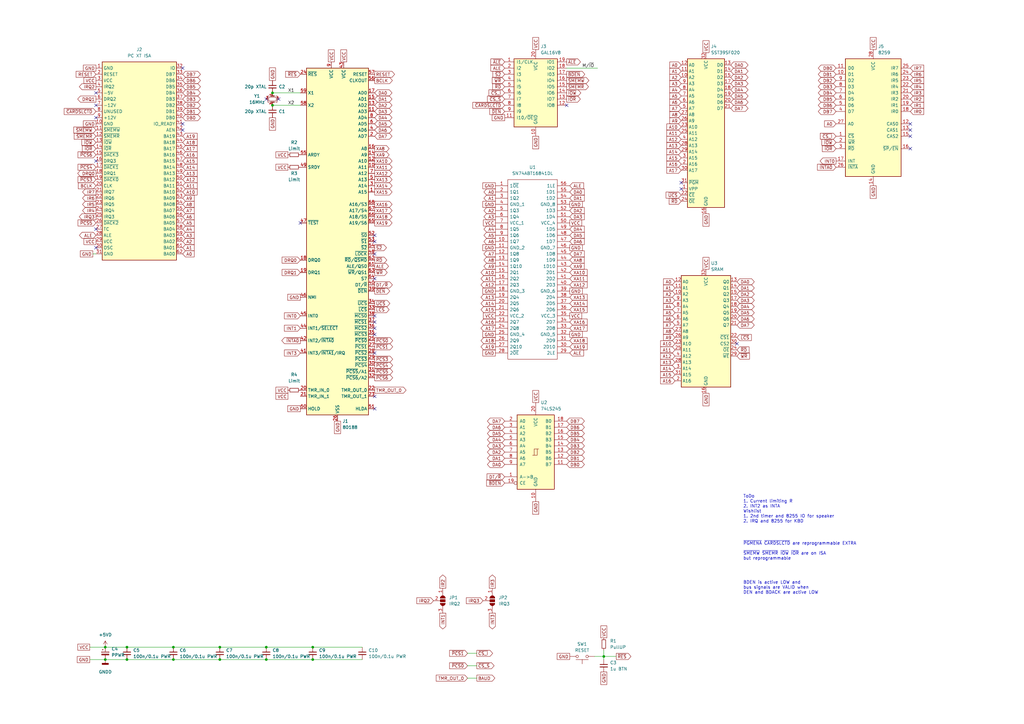
<source format=kicad_sch>
(kicad_sch (version 20211123) (generator eeschema)
  (paper "A3")
  (junction (at 71.12 265.43))
  (junction (at 90.17 265.43))
  (junction (at 52.07 265.43))
  (junction (at 52.07 270.51))
  (junction (at 111.76 43.18))
  (junction (at 128.27 270.51))
  (junction (at 111.76 38.1))
  (junction (at 90.17 270.51))
  (junction (at 109.22 265.43))
  (junction (at 109.22 270.51))
  (junction (at 128.27 265.43))
  (junction (at 43.18 270.51))
  (junction (at 247.65 269.24))
  (junction (at 71.12 270.51))
  (junction (at 43.18 265.43))
  (no_connect (at 153.67 144.78))
  (no_connect (at 74.93 53.34))
  (no_connect (at 153.67 167.64))
  (no_connect (at 123.19 91.44))
  (no_connect (at 153.67 104.14))
  (no_connect (at 279.4 74.93))
  (no_connect (at 153.67 114.3))
  (no_connect (at 302.26 140.97))
  (no_connect (at 279.4 77.47))
  (no_connect (at 39.37 48.26))
  (no_connect (at 39.37 43.18))
  (no_connect (at 39.37 38.1))
  (no_connect (at 39.37 66.04))
  (no_connect (at 39.37 93.98))
  (no_connect (at 74.93 50.8))
  (no_connect (at 39.37 101.6))
  (no_connect (at 74.93 27.94))
  (no_connect (at 153.67 129.54))
  (no_connect (at 153.67 132.08))
  (no_connect (at 153.67 134.62))
  (no_connect (at 153.67 137.16))
  (no_connect (at 153.67 99.06))
  (no_connect (at 153.67 162.56))
  (no_connect (at 373.38 50.8))
  (no_connect (at 373.38 55.88))
  (no_connect (at 373.38 53.34))
  (no_connect (at 373.38 60.96))
  (no_connect (at 109.22 40.64))
  (no_connect (at 114.3 40.64))
  (no_connect (at 232.41 43.18))
  (no_connect (at 153.67 96.52))
  (wire (pts (xy 128.27 265.43) (xy 148.59 265.43)))
  (wire (pts (xy 71.12 265.43) (xy 90.17 265.43)))
  (wire (pts (xy 111.76 43.18) (xy 123.19 43.18)))
  (wire (pts (xy 43.18 265.43) (xy 52.07 265.43)))
  (wire (pts (xy 232.41 27.94) (xy 245.11 27.94)))
  (wire (pts (xy 191.77 278.13) (xy 195.58 278.13)))
  (wire (pts (xy 52.07 270.51) (xy 71.12 270.51)))
  (wire (pts (xy 191.77 273.05) (xy 195.58 273.05)))
  (wire (pts (xy 52.07 265.43) (xy 71.12 265.43)))
  (wire (pts (xy 90.17 265.43) (xy 109.22 265.43)))
  (wire (pts (xy 38.1 104.14) (xy 39.37 104.14)))
  (wire (pts (xy 247.65 266.7) (xy 247.65 269.24)))
  (wire (pts (xy 90.17 270.51) (xy 109.22 270.51)))
  (wire (pts (xy 247.65 269.24) (xy 252.73 269.24)))
  (wire (pts (xy 243.84 269.24) (xy 247.65 269.24)))
  (wire (pts (xy 109.22 270.51) (xy 128.27 270.51)))
  (wire (pts (xy 191.77 267.97) (xy 195.58 267.97)))
  (wire (pts (xy 128.27 270.51) (xy 148.59 270.51)))
  (wire (pts (xy 43.18 270.51) (xy 52.07 270.51)))
  (wire (pts (xy 111.76 38.1) (xy 123.19 38.1)))
  (wire (pts (xy 36.83 265.43) (xy 43.18 265.43)))
  (wire (pts (xy 109.22 265.43) (xy 128.27 265.43)))
  (wire (pts (xy 36.83 270.51) (xy 43.18 270.51)))
  (wire (pts (xy 247.65 269.24) (xy 247.65 270.51)))
  (wire (pts (xy 71.12 270.51) (xy 90.17 270.51)))
  (text "~{PGMENA} ~{CARDSLCTD} are reprogrammable EXTRA\n\n~{SMEMW} ~{SMEMR} ~{IOW} ~{IOR} are on ISA\nbut reprogrammable" (at 304.8 229.87 0) (effects (font (size 1.27 1.27)) (justify left bottom)))
  (text "BDEN is active LOW and \nbus signals are VALID when \nDEN and BDACK are active LOW" (at 304.8 243.84 0) (effects (font (size 1.27 1.27)) (justify left bottom)))
  (text "ToDo\n1. Current limiting R\n2. INT2 as INTA\nWishlist\n1. 2nd timer and 8255 IO for speaker\n2. IRQ and 8255 for KBD" (at 304.8 214.63 0) (effects (font (size 1.27 1.27)) (justify left bottom)))
  (label "X1" (at 118.11 38.1 0))
  (label "X2" (at 118.11 43.18 0))
  (label "M{slash}~{IO}" (at 238.76 27.94 0))
  (global_label "~{PCS5}" (shape output) (at 153.67 152.4 0) (property "Intersheet References" "${INTERSHEET_REFS}" (effects hide)))
  (global_label "VCC" (shape passive) (at 203.2 129.54 180) (property "Intersheet References" "${INTERSHEET_REFS}" (effects hide)))
  (global_label "~{UCS}" (shape output) (at 153.67 124.46 0) (property "Intersheet References" "${INTERSHEET_REFS}" (effects hide)))
  (global_label "~{UCS}" (shape input) (at 279.4 80.01 180) (property "Intersheet References" "${INTERSHEET_REFS}" (effects hide)))
  (global_label "IRQ3" (shape output) (at 39.37 88.9 180) (property "Intersheet References" "${INTERSHEET_REFS}" (effects hide)))
  (global_label "A14" (shape input) (at 74.93 68.58 0) (property "Intersheet References" "${INTERSHEET_REFS}" (effects hide)))
  (global_label "~{DEN}" (shape output) (at 153.67 119.38 0) (property "Intersheet References" "${INTERSHEET_REFS}" (effects hide)))
  (global_label "DB7" (shape bidirectional) (at 74.93 30.48 0) (property "Intersheet References" "${INTERSHEET_REFS}" (effects hide)))
  (global_label "IR4" (shape output) (at 39.37 86.36 180) (property "Intersheet References" "${INTERSHEET_REFS}" (effects hide)))
  (global_label "DA7" (shape input) (at 233.68 104.14 0) (property "Intersheet References" "${INTERSHEET_REFS}" (effects hide)))
  (global_label "A2" (shape input) (at 276.86 120.65 180) (property "Intersheet References" "${INTERSHEET_REFS}" (effects hide)))
  (global_label "DB5" (shape bidirectional) (at 232.41 177.8 0) (property "Intersheet References" "${INTERSHEET_REFS}" (effects hide)))
  (global_label "~{PCS5}" (shape input) (at 39.37 91.44 180) (property "Intersheet References" "${INTERSHEET_REFS}" (effects hide)))
  (global_label "DRQ0" (shape output) (at 39.37 71.12 180) (property "Intersheet References" "${INTERSHEET_REFS}" (effects hide)))
  (global_label "ALE" (shape input) (at 207.01 27.94 180) (property "Intersheet References" "${INTERSHEET_REFS}" (effects hide)))
  (global_label "GND" (shape passive) (at 233.68 83.82 0) (property "Intersheet References" "${INTERSHEET_REFS}" (effects hide)))
  (global_label "DA0" (shape bidirectional) (at 153.67 38.1 0) (property "Intersheet References" "${INTERSHEET_REFS}" (effects hide)))
  (global_label "IR2" (shape input) (at 373.38 40.64 0) (property "Intersheet References" "${INTERSHEET_REFS}" (effects hide)))
  (global_label "GND" (shape passive) (at 233.68 137.16 0) (property "Intersheet References" "${INTERSHEET_REFS}" (effects hide)))
  (global_label "VCC" (shape passive) (at 118.11 63.5 180) (property "Intersheet References" "${INTERSHEET_REFS}" (effects hide)))
  (global_label "A0" (shape input) (at 342.9 50.8 180) (property "Intersheet References" "${INTERSHEET_REFS}" (effects hide)))
  (global_label "GND" (shape passive) (at 233.68 119.38 0) (property "Intersheet References" "${INTERSHEET_REFS}" (effects hide)))
  (global_label "~{PCS1}" (shape input) (at 191.77 267.97 180) (property "Intersheet References" "${INTERSHEET_REFS}" (effects hide)))
  (global_label "~{ALE}" (shape output) (at 232.41 25.4 0) (property "Intersheet References" "${INTERSHEET_REFS}" (effects hide)))
  (global_label "A2" (shape output) (at 203.2 86.36 180) (property "Intersheet References" "${INTERSHEET_REFS}" (effects hide)))
  (global_label "~{SMEMR}" (shape input) (at 39.37 55.88 180) (property "Intersheet References" "${INTERSHEET_REFS}" (effects hide)))
  (global_label "~{BDEN}" (shape input) (at 207.01 198.12 180) (property "Intersheet References" "${INTERSHEET_REFS}" (effects hide)))
  (global_label "A17" (shape output) (at 203.2 134.62 180) (property "Intersheet References" "${INTERSHEET_REFS}" (effects hide)))
  (global_label "XA16" (shape output) (at 153.67 83.82 0) (property "Intersheet References" "${INTERSHEET_REFS}" (effects hide)))
  (global_label "A11" (shape input) (at 74.93 76.2 0) (property "Intersheet References" "${INTERSHEET_REFS}" (effects hide)))
  (global_label "VCC" (shape passive) (at 247.65 261.62 90) (property "Intersheet References" "${INTERSHEET_REFS}" (effects hide)))
  (global_label "XA12" (shape input) (at 233.68 116.84 0) (property "Intersheet References" "${INTERSHEET_REFS}" (effects hide)))
  (global_label "~{SMEMR}" (shape output) (at 232.41 35.56 0) (property "Intersheet References" "${INTERSHEET_REFS}" (effects hide)))
  (global_label "ALE" (shape output) (at 153.67 109.22 0) (property "Intersheet References" "${INTERSHEET_REFS}" (effects hide)))
  (global_label "XA18" (shape output) (at 153.67 88.9 0) (property "Intersheet References" "${INTERSHEET_REFS}" (effects hide)))
  (global_label "XA12" (shape output) (at 153.67 71.12 0) (property "Intersheet References" "${INTERSHEET_REFS}" (effects hide)))
  (global_label "~{RD}" (shape input) (at 302.26 143.51 0) (property "Intersheet References" "${INTERSHEET_REFS}" (effects hide)))
  (global_label "DA3" (shape bidirectional) (at 302.26 123.19 0) (property "Intersheet References" "${INTERSHEET_REFS}" (effects hide)))
  (global_label "A0" (shape input) (at 276.86 115.57 180) (property "Intersheet References" "${INTERSHEET_REFS}" (effects hide)))
  (global_label "DA0" (shape input) (at 233.68 78.74 0) (property "Intersheet References" "${INTERSHEET_REFS}" (effects hide)))
  (global_label "VCC" (shape passive) (at 203.2 91.44 180) (property "Intersheet References" "${INTERSHEET_REFS}" (effects hide)))
  (global_label "GND" (shape passive) (at 358.14 76.2 270) (property "Intersheet References" "${INTERSHEET_REFS}" (effects hide)))
  (global_label "A19" (shape input) (at 74.93 55.88 0) (property "Intersheet References" "${INTERSHEET_REFS}" (effects hide)))
  (global_label "A1" (shape input) (at 74.93 101.6 0) (property "Intersheet References" "${INTERSHEET_REFS}" (effects hide)))
  (global_label "GND" (shape passive) (at 123.19 121.92 180) (property "Intersheet References" "${INTERSHEET_REFS}" (effects hide)))
  (global_label "XA17" (shape input) (at 233.68 134.62 0) (property "Intersheet References" "${INTERSHEET_REFS}" (effects hide)))
  (global_label "DA2" (shape bidirectional) (at 207.01 185.42 180) (property "Intersheet References" "${INTERSHEET_REFS}" (effects hide)))
  (global_label "A10" (shape input) (at 276.86 140.97 180) (property "Intersheet References" "${INTERSHEET_REFS}" (effects hide)))
  (global_label "XA15" (shape output) (at 153.67 78.74 0) (property "Intersheet References" "${INTERSHEET_REFS}" (effects hide)))
  (global_label "DA4" (shape bidirectional) (at 153.67 48.26 0) (property "Intersheet References" "${INTERSHEET_REFS}" (effects hide)))
  (global_label "XA10" (shape input) (at 233.68 111.76 0) (property "Intersheet References" "${INTERSHEET_REFS}" (effects hide)))
  (global_label "~{LCS}" (shape output) (at 153.67 127 0) (property "Intersheet References" "${INTERSHEET_REFS}" (effects hide)))
  (global_label "A16" (shape input) (at 276.86 156.21 180) (property "Intersheet References" "${INTERSHEET_REFS}" (effects hide)))
  (global_label "A7" (shape input) (at 276.86 133.35 180) (property "Intersheet References" "${INTERSHEET_REFS}" (effects hide)))
  (global_label "A16" (shape input) (at 74.93 63.5 0) (property "Intersheet References" "${INTERSHEET_REFS}" (effects hide)))
  (global_label "DA6" (shape bidirectional) (at 302.26 130.81 0) (property "Intersheet References" "${INTERSHEET_REFS}" (effects hide)))
  (global_label "DB1" (shape bidirectional) (at 232.41 187.96 0) (property "Intersheet References" "${INTERSHEET_REFS}" (effects hide)))
  (global_label "A6" (shape input) (at 74.93 88.9 0) (property "Intersheet References" "${INTERSHEET_REFS}" (effects hide)))
  (global_label "DA1" (shape input) (at 233.68 81.28 0) (property "Intersheet References" "${INTERSHEET_REFS}" (effects hide)))
  (global_label "XA11" (shape output) (at 153.67 68.58 0) (property "Intersheet References" "${INTERSHEET_REFS}" (effects hide)))
  (global_label "DB2" (shape bidirectional) (at 74.93 43.18 0) (property "Intersheet References" "${INTERSHEET_REFS}" (effects hide)))
  (global_label "DB2" (shape bidirectional) (at 232.41 185.42 0) (property "Intersheet References" "${INTERSHEET_REFS}" (effects hide)))
  (global_label "~{PCS6}" (shape output) (at 153.67 154.94 0) (property "Intersheet References" "${INTERSHEET_REFS}" (effects hide)))
  (global_label "XA8" (shape output) (at 153.67 60.96 0) (property "Intersheet References" "${INTERSHEET_REFS}" (effects hide)))
  (global_label "IR5" (shape output) (at 39.37 83.82 180) (property "Intersheet References" "${INTERSHEET_REFS}" (effects hide)))
  (global_label "A1" (shape output) (at 203.2 81.28 180) (property "Intersheet References" "${INTERSHEET_REFS}" (effects hide)))
  (global_label "A6" (shape input) (at 276.86 130.81 180) (property "Intersheet References" "${INTERSHEET_REFS}" (effects hide)))
  (global_label "DB7" (shape bidirectional) (at 342.9 45.72 180) (property "Intersheet References" "${INTERSHEET_REFS}" (effects hide)))
  (global_label "~{PCS1}" (shape output) (at 153.67 142.24 0) (property "Intersheet References" "${INTERSHEET_REFS}" (effects hide)))
  (global_label "DA7" (shape bidirectional) (at 207.01 172.72 180) (property "Intersheet References" "${INTERSHEET_REFS}" (effects hide)))
  (global_label "DA4" (shape bidirectional) (at 207.01 180.34 180) (property "Intersheet References" "${INTERSHEET_REFS}" (effects hide)))
  (global_label "TMR_OUT_0" (shape input) (at 191.77 278.13 180) (property "Intersheet References" "${INTERSHEET_REFS}" (effects hide)))
  (global_label "GND" (shape passive) (at 203.2 83.82 180) (property "Intersheet References" "${INTERSHEET_REFS}" (effects hide)))
  (global_label "A14" (shape input) (at 276.86 151.13 180) (property "Intersheet References" "${INTERSHEET_REFS}" (effects hide)))
  (global_label "~{PCS3}" (shape output) (at 153.67 147.32 0) (property "Intersheet References" "${INTERSHEET_REFS}" (effects hide)))
  (global_label "~{RD}" (shape input) (at 279.4 82.55 180) (property "Intersheet References" "${INTERSHEET_REFS}" (effects hide)))
  (global_label "RESET" (shape input) (at 39.37 30.48 180) (property "Intersheet References" "${INTERSHEET_REFS}" (effects hide)))
  (global_label "GND" (shape passive) (at 111.76 33.02 90) (property "Intersheet References" "${INTERSHEET_REFS}" (effects hide)))
  (global_label "A1" (shape input) (at 276.86 118.11 180) (property "Intersheet References" "${INTERSHEET_REFS}" (effects hide)))
  (global_label "DA6" (shape bidirectional) (at 153.67 53.34 0) (property "Intersheet References" "${INTERSHEET_REFS}" (effects hide)))
  (global_label "GND" (shape passive) (at 233.68 269.24 180) (property "Intersheet References" "${INTERSHEET_REFS}" (effects hide)))
  (global_label "INT3" (shape input) (at 123.19 144.78 180) (property "Intersheet References" "${INTERSHEET_REFS}" (effects hide)))
  (global_label "~{IOR}" (shape output) (at 232.41 40.64 0) (property "Intersheet References" "${INTERSHEET_REFS}" (effects hide)))
  (global_label "~{PCS0}" (shape output) (at 153.67 139.7 0) (property "Intersheet References" "${INTERSHEET_REFS}" (effects hide)))
  (global_label "DA6" (shape input) (at 233.68 99.06 0) (property "Intersheet References" "${INTERSHEET_REFS}" (effects hide)))
  (global_label "IR2" (shape output) (at 181.61 241.3 90) (property "Intersheet References" "${INTERSHEET_REFS}" (effects hide)))
  (global_label "DRQ0" (shape input) (at 123.19 106.68 180) (property "Intersheet References" "${INTERSHEET_REFS}" (effects hide)))
  (global_label "A9" (shape input) (at 74.93 81.28 0) (property "Intersheet References" "${INTERSHEET_REFS}" (effects hide)))
  (global_label "~{CS_I}" (shape output) (at 195.58 267.97 0) (property "Intersheet References" "${INTERSHEET_REFS}" (effects hide)))
  (global_label "DB1" (shape bidirectional) (at 342.9 30.48 180) (property "Intersheet References" "${INTERSHEET_REFS}" (effects hide)))
  (global_label "A6" (shape output) (at 203.2 99.06 180) (property "Intersheet References" "${INTERSHEET_REFS}" (effects hide)))
  (global_label "DB1" (shape bidirectional) (at 74.93 45.72 0) (property "Intersheet References" "${INTERSHEET_REFS}" (effects hide)))
  (global_label "GND" (shape passive) (at 36.83 270.51 180) (property "Intersheet References" "${INTERSHEET_REFS}" (effects hide)))
  (global_label "INT0" (shape input) (at 123.19 129.54 180) (property "Intersheet References" "${INTERSHEET_REFS}" (effects hide)))
  (global_label "VCC" (shape passive) (at 233.68 91.44 0) (property "Intersheet References" "${INTERSHEET_REFS}" (effects hide)))
  (global_label "GND" (shape passive) (at 203.2 137.16 180) (property "Intersheet References" "${INTERSHEET_REFS}" (effects hide)))
  (global_label "A8" (shape output) (at 203.2 106.68 180) (property "Intersheet References" "${INTERSHEET_REFS}" (effects hide)))
  (global_label "~{CS_I}" (shape input) (at 207.01 38.1 180) (property "Intersheet References" "${INTERSHEET_REFS}" (effects hide)))
  (global_label "XA14" (shape output) (at 153.67 76.2 0) (property "Intersheet References" "${INTERSHEET_REFS}" (effects hide)))
  (global_label "DB6" (shape bidirectional) (at 342.9 43.18 180) (property "Intersheet References" "${INTERSHEET_REFS}" (effects hide)))
  (global_label "IR1" (shape input) (at 373.38 43.18 0) (property "Intersheet References" "${INTERSHEET_REFS}" (effects hide)))
  (global_label "IR3" (shape output) (at 201.93 241.3 90) (property "Intersheet References" "${INTERSHEET_REFS}" (effects hide)))
  (global_label "~{PCS6}" (shape input) (at 39.37 63.5 180) (property "Intersheet References" "${INTERSHEET_REFS}" (effects hide)))
  (global_label "DB5" (shape bidirectional) (at 342.9 40.64 180) (property "Intersheet References" "${INTERSHEET_REFS}" (effects hide)))
  (global_label "DB3" (shape bidirectional) (at 232.41 182.88 0) (property "Intersheet References" "${INTERSHEET_REFS}" (effects hide)))
  (global_label "IR6" (shape input) (at 373.38 30.48 0) (property "Intersheet References" "${INTERSHEET_REFS}" (effects hide)))
  (global_label "A4" (shape input) (at 276.86 125.73 180) (property "Intersheet References" "${INTERSHEET_REFS}" (effects hide)))
  (global_label "A15" (shape input) (at 74.93 66.04 0) (property "Intersheet References" "${INTERSHEET_REFS}" (effects hide)))
  (global_label "GND" (shape passive) (at 233.68 101.6 0) (property "Intersheet References" "${INTERSHEET_REFS}" (effects hide)))
  (global_label "A5" (shape input) (at 276.86 128.27 180) (property "Intersheet References" "${INTERSHEET_REFS}" (effects hide)))
  (global_label "XA8" (shape input) (at 233.68 106.68 0) (property "Intersheet References" "${INTERSHEET_REFS}" (effects hide)))
  (global_label "A3" (shape input) (at 276.86 123.19 180) (property "Intersheet References" "${INTERSHEET_REFS}" (effects hide)))
  (global_label "DT{slash}~{R}" (shape output) (at 153.67 116.84 0) (property "Intersheet References" "${INTERSHEET_REFS}" (effects hide)))
  (global_label "~{IOR}" (shape input) (at 39.37 60.96 180) (property "Intersheet References" "${INTERSHEET_REFS}" (effects hide)))
  (global_label "DA3" (shape input) (at 233.68 88.9 0) (property "Intersheet References" "${INTERSHEET_REFS}" (effects hide)))
  (global_label "A12" (shape output) (at 203.2 116.84 180) (property "Intersheet References" "${INTERSHEET_REFS}" (effects hide)))
  (global_label "A8" (shape input) (at 279.4 46.99 180) (property "Intersheet References" "${INTERSHEET_REFS}" (effects hide)))
  (global_label "~{DEN}" (shape input) (at 207.01 45.72 180) (property "Intersheet References" "${INTERSHEET_REFS}" (effects hide)))
  (global_label "DA4" (shape input) (at 233.68 93.98 0) (property "Intersheet References" "${INTERSHEET_REFS}" (effects hide)))
  (global_label "~{IOW}" (shape output) (at 232.41 38.1 0) (property "Intersheet References" "${INTERSHEET_REFS}" (effects hide)))
  (global_label "DA2" (shape bidirectional) (at 299.72 31.75 0) (property "Intersheet References" "${INTERSHEET_REFS}" (effects hide)))
  (global_label "~{IOW}" (shape input) (at 342.9 58.42 180) (property "Intersheet References" "${INTERSHEET_REFS}" (effects hide)))
  (global_label "A10" (shape input) (at 74.93 78.74 0) (property "Intersheet References" "${INTERSHEET_REFS}" (effects hide)))
  (global_label "GND" (shape passive) (at 203.2 119.38 180) (property "Intersheet References" "${INTERSHEET_REFS}" (effects hide)))
  (global_label "DA4" (shape bidirectional) (at 302.26 125.73 0) (property "Intersheet References" "${INTERSHEET_REFS}" (effects hide)))
  (global_label "~{S2}" (shape output) (at 153.67 101.6 0) (property "Intersheet References" "${INTERSHEET_REFS}" (effects hide)))
  (global_label "A7" (shape output) (at 203.2 104.14 180) (property "Intersheet References" "${INTERSHEET_REFS}" (effects hide)))
  (global_label "INT1" (shape output) (at 181.61 251.46 270) (property "Intersheet References" "${INTERSHEET_REFS}" (effects hide)))
  (global_label "GND" (shape passive) (at 39.37 50.8 180) (property "Intersheet References" "${INTERSHEET_REFS}" (effects hide)))
  (global_label "~{RD}" (shape input) (at 207.01 35.56 180) (property "Intersheet References" "${INTERSHEET_REFS}" (effects hide)))
  (global_label "DA7" (shape bidirectional) (at 299.72 44.45 0) (property "Intersheet References" "${INTERSHEET_REFS}" (effects hide)))
  (global_label "A3" (shape input) (at 74.93 96.52 0) (property "Intersheet References" "${INTERSHEET_REFS}" (effects hide)))
  (global_label "VCC" (shape passive) (at 219.71 165.1 90) (property "Intersheet References" "${INTERSHEET_REFS}" (effects hide)))
  (global_label "DB4" (shape bidirectional) (at 232.41 180.34 0) (property "Intersheet References" "${INTERSHEET_REFS}" (effects hide)))
  (global_label "DA7" (shape bidirectional) (at 302.26 133.35 0) (property "Intersheet References" "${INTERSHEET_REFS}" (effects hide)))
  (global_label "VCC" (shape passive) (at 140.97 25.4 90) (property "Intersheet References" "${INTERSHEET_REFS}" (effects hide)))
  (global_label "A13" (shape input) (at 74.93 71.12 0) (property "Intersheet References" "${INTERSHEET_REFS}" (effects hide)))
  (global_label "DA5" (shape bidirectional) (at 302.26 128.27 0) (property "Intersheet References" "${INTERSHEET_REFS}" (effects hide)))
  (global_label "DA3" (shape bidirectional) (at 299.72 34.29 0) (property "Intersheet References" "${INTERSHEET_REFS}" (effects hide)))
  (global_label "~{INTA0}" (shape input) (at 342.9 68.58 180) (property "Intersheet References" "${INTERSHEET_REFS}" (effects hide)))
  (global_label "DA7" (shape bidirectional) (at 153.67 55.88 0) (property "Intersheet References" "${INTERSHEET_REFS}" (effects hide)))
  (global_label "DA2" (shape bidirectional) (at 153.67 43.18 0) (property "Intersheet References" "${INTERSHEET_REFS}" (effects hide)))
  (global_label "DB6" (shape bidirectional) (at 232.41 175.26 0) (property "Intersheet References" "${INTERSHEET_REFS}" (effects hide)))
  (global_label "A13" (shape output) (at 203.2 121.92 180) (property "Intersheet References" "${INTERSHEET_REFS}" (effects hide)))
  (global_label "~{IOW}" (shape input) (at 39.37 58.42 180) (property "Intersheet References" "${INTERSHEET_REFS}" (effects hide)))
  (global_label "~{RES}" (shape output) (at 252.73 269.24 0) (property "Intersheet References" "${INTERSHEET_REFS}" (effects hide)))
  (global_label "A7" (shape input) (at 279.4 44.45 180) (property "Intersheet References" "${INTERSHEET_REFS}" (effects hide)))
  (global_label "DA2" (shape input) (at 233.68 86.36 0) (property "Intersheet References" "${INTERSHEET_REFS}" (effects hide)))
  (global_label "XA13" (shape input) (at 233.68 121.92 0) (property "Intersheet References" "${INTERSHEET_REFS}" (effects hide)))
  (global_label "GND" (shape passive) (at 219.71 205.74 270) (property "Intersheet References" "${INTERSHEET_REFS}" (effects hide)))
  (global_label "XA14" (shape input) (at 233.68 124.46 0) (property "Intersheet References" "${INTERSHEET_REFS}" (effects hide)))
  (global_label "DB0" (shape bidirectional) (at 74.93 48.26 0) (property "Intersheet References" "${INTERSHEET_REFS}" (effects hide)))
  (global_label "XA13" (shape output) (at 153.67 73.66 0) (property "Intersheet References" "${INTERSHEET_REFS}" (effects hide)))
  (global_label "~{BDEN}" (shape output) (at 232.41 30.48 0) (property "Intersheet References" "${INTERSHEET_REFS}" (effects hide)))
  (global_label "XA11" (shape input) (at 233.68 114.3 0) (property "Intersheet References" "${INTERSHEET_REFS}" (effects hide)))
  (global_label "DA5" (shape bidirectional) (at 299.72 39.37 0) (property "Intersheet References" "${INTERSHEET_REFS}" (effects hide)))
  (global_label "~{PCS4}" (shape output) (at 153.67 149.86 0) (property "Intersheet References" "${INTERSHEET_REFS}" (effects hide)))
  (global_label "A17" (shape input) (at 279.4 69.85 180) (property "Intersheet References" "${INTERSHEET_REFS}" (effects hide)))
  (global_label "~{PCS4}" (shape input) (at 39.37 68.58 180) (property "Intersheet References" "${INTERSHEET_REFS}" (effects hide)))
  (global_label "GND" (shape passive) (at 38.1 104.14 180) (property "Intersheet References" "${INTERSHEET_REFS}" (effects hide)))
  (global_label "DA0" (shape bidirectional) (at 302.26 115.57 0) (property "Intersheet References" "${INTERSHEET_REFS}" (effects hide)))
  (global_label "DRQ1" (shape input) (at 123.19 111.76 180) (property "Intersheet References" "${INTERSHEET_REFS}" (effects hide)))
  (global_label "XA15" (shape input) (at 233.68 127 0) (property "Intersheet References" "${INTERSHEET_REFS}" (effects hide)))
  (global_label "VCC" (shape passive) (at 118.11 68.58 180) (property "Intersheet References" "${INTERSHEET_REFS}" (effects hide)))
  (global_label "~{PCS0}" (shape input) (at 191.77 273.05 180) (property "Intersheet References" "${INTERSHEET_REFS}" (effects hide)))
  (global_label "DB5" (shape bidirectional) (at 74.93 35.56 0) (property "Intersheet References" "${INTERSHEET_REFS}" (effects hide)))
  (global_label "DB2" (shape bidirectional) (at 342.9 33.02 180) (property "Intersheet References" "${INTERSHEET_REFS}" (effects hide)))
  (global_label "~{RES}" (shape input) (at 123.19 30.48 180) (property "Intersheet References" "${INTERSHEET_REFS}" (effects hide)))
  (global_label "A9" (shape input) (at 276.86 138.43 180) (property "Intersheet References" "${INTERSHEET_REFS}" (effects hide)))
  (global_label "A1" (shape input) (at 279.4 29.21 180) (property "Intersheet References" "${INTERSHEET_REFS}" (effects hide)))
  (global_label "XA19" (shape input) (at 233.68 142.24 0) (property "Intersheet References" "${INTERSHEET_REFS}" (effects hide)))
  (global_label "A5" (shape input) (at 279.4 39.37 180) (property "Intersheet References" "${INTERSHEET_REFS}" (effects hide)))
  (global_label "A12" (shape input) (at 74.93 73.66 0) (property "Intersheet References" "${INTERSHEET_REFS}" (effects hide)))
  (global_label "A9" (shape output) (at 203.2 109.22 180) (property "Intersheet References" "${INTERSHEET_REFS}" (effects hide)))
  (global_label "ALE" (shape bidirectional) (at 39.37 96.52 180) (property "Intersheet References" "${INTERSHEET_REFS}" (effects hide)))
  (global_label "DA6" (shape bidirectional) (at 299.72 41.91 0) (property "Intersheet References" "${INTERSHEET_REFS}" (effects hide)))
  (global_label "~{ALE}" (shape input) (at 207.01 25.4 180) (property "Intersheet References" "${INTERSHEET_REFS}" (effects hide)))
  (global_label "DA1" (shape bidirectional) (at 207.01 187.96 180) (property "Intersheet References" "${INTERSHEET_REFS}" (effects hide)))
  (global_label "VCC" (shape passive) (at 118.11 162.56 180) (property "Intersheet References" "${INTERSHEET_REFS}" (effects hide)))
  (global_label "A11" (shape output) (at 203.2 114.3 180) (property "Intersheet References" "${INTERSHEET_REFS}" (effects hide)))
  (global_label "A15" (shape input) (at 279.4 64.77 180) (property "Intersheet References" "${INTERSHEET_REFS}" (effects hide)))
  (global_label "A9" (shape input) (at 279.4 49.53 180) (property "Intersheet References" "${INTERSHEET_REFS}" (effects hide)))
  (global_label "DA1" (shape bidirectional) (at 153.67 40.64 0) (property "Intersheet References" "${INTERSHEET_REFS}" (effects hide)))
  (global_label "GND" (shape passive) (at 123.19 167.64 180) (property "Intersheet References" "${INTERSHEET_REFS}" (effects hide)))
  (global_label "DA2" (shape bidirectional) (at 302.26 120.65 0) (property "Intersheet References" "${INTERSHEET_REFS}" (effects hide)))
  (global_label "VCC" (shape passive) (at 39.37 33.02 180) (property "Intersheet References" "${INTERSHEET_REFS}" (effects hide)))
  (global_label "GND" (shape passive) (at 203.2 76.2 180) (property "Intersheet References" "${INTERSHEET_REFS}" (effects hide)))
  (global_label "A0" (shape input) (at 74.93 104.14 0) (property "Intersheet References" "${INTERSHEET_REFS}" (effects hide)))
  (global_label "IR4" (shape input) (at 373.38 35.56 0) (property "Intersheet References" "${INTERSHEET_REFS}" (effects hide)))
  (global_label "A12" (shape input) (at 276.86 146.05 180) (property "Intersheet References" "${INTERSHEET_REFS}" (effects hide)))
  (global_label "IR5" (shape input) (at 373.38 33.02 0) (property "Intersheet References" "${INTERSHEET_REFS}" (effects hide)))
  (global_label "A18" (shape input) (at 74.93 58.42 0) (property "Intersheet References" "${INTERSHEET_REFS}" (effects hide)))
  (global_label "~{CS_S}" (shape input) (at 207.01 40.64 180) (property "Intersheet References" "${INTERSHEET_REFS}" (effects hide)))
  (global_label "A19" (shape output) (at 203.2 142.24 180) (property "Intersheet References" "${INTERSHEET_REFS}" (effects hide)))
  (global_label "~{SMEMW}" (shape input) (at 39.37 53.34 180) (property "Intersheet References" "${INTERSHEET_REFS}" (effects hide)))
  (global_label "A3" (shape output) (at 203.2 88.9 180) (property "Intersheet References" "${INTERSHEET_REFS}" (effects hide)))
  (global_label "~{LCS}" (shape input) (at 302.26 138.43 0) (property "Intersheet References" "${INTERSHEET_REFS}" (effects hide)))
  (global_label "~{CARDSLCTD}" (shape input) (at 39.37 45.72 180) (property "Intersheet References" "${INTERSHEET_REFS}" (effects hide)))
  (global_label "IR3" (shape input) (at 373.38 38.1 0) (property "Intersheet References" "${INTERSHEET_REFS}" (effects hide)))
  (global_label "IR6" (shape output) (at 39.37 81.28 180) (property "Intersheet References" "${INTERSHEET_REFS}" (effects hide)))
  (global_label "GND" (shape passive) (at 203.2 144.78 180) (property "Intersheet References" "${INTERSHEET_REFS}" (effects hide)))
  (global_label "A5" (shape output) (at 203.2 96.52 180) (property "Intersheet References" "${INTERSHEET_REFS}" (effects hide)))
  (global_label "A16" (shape output) (at 203.2 132.08 180) (property "Intersheet References" "${INTERSHEET_REFS}" (effects hide)))
  (global_label "DB6" (shape bidirectional) (at 74.93 33.02 0) (property "Intersheet References" "${INTERSHEET_REFS}" (effects hide)))
  (global_label "~{CS_I}" (shape input) (at 342.9 55.88 180) (property "Intersheet References" "${INTERSHEET_REFS}" (effects hide)))
  (global_label "A5" (shape input) (at 74.93 91.44 0) (property "Intersheet References" "${INTERSHEET_REFS}" (effects hide)))
  (global_label "XA16" (shape input) (at 233.68 132.08 0) (property "Intersheet References" "${INTERSHEET_REFS}" (effects hide)))
  (global_label "A7" (shape input) (at 74.93 86.36 0) (property "Intersheet References" "${INTERSHEET_REFS}" (effects hide)))
  (global_label "GND" (shape passive) (at 39.37 27.94 180) (property "Intersheet References" "${INTERSHEET_REFS}" (effects hide)))
  (global_label "VCC" (shape passive) (at 135.89 25.4 90) (property "Intersheet References" "${INTERSHEET_REFS}" (effects hide)))
  (global_label "IRQ2" (shape output) (at 39.37 35.56 180) (property "Intersheet References" "${INTERSHEET_REFS}" (effects hide)))
  (global_label "DB3" (shape bidirectional) (at 74.93 40.64 0) (property "Intersheet References" "${INTERSHEET_REFS}" (effects hide)))
  (global_label "IR7" (shape input) (at 373.38 27.94 0) (property "Intersheet References" "${INTERSHEET_REFS}" (effects hide)))
  (global_label "DB0" (shape bidirectional) (at 342.9 27.94 180) (property "Intersheet References" "${INTERSHEET_REFS}" (effects hide)))
  (global_label "A12" (shape input) (at 279.4 57.15 180) (property "Intersheet References" "${INTERSHEET_REFS}" (effects hide)))
  (global_label "INT0" (shape output) (at 342.9 66.04 180) (property "Intersheet References" "${INTERSHEET_REFS}" (effects hide)))
  (global_label "A11" (shape input) (at 279.4 54.61 180) (property "Intersheet References" "${INTERSHEET_REFS}" (effects hide)))
  (global_label "A17" (shape input) (at 74.93 60.96 0) (property "Intersheet References" "${INTERSHEET_REFS}" (effects hide)))
  (global_label "GND" (shape passive) (at 111.76 48.26 270) (property "Intersheet References" "${INTERSHEET_REFS}" (effects hide)))
  (global_label "A4" (shape input) (at 74.93 93.98 0) (property "Intersheet References" "${INTERSHEET_REFS}" (effects hide)))
  (global_label "~{S2}" (shape input) (at 207.01 30.48 180) (property "Intersheet References" "${INTERSHEET_REFS}" (effects hide)))
  (global_label "DA6" (shape bidirectional) (at 207.01 175.26 180) (property "Intersheet References" "${INTERSHEET_REFS}" (effects hide)))
  (global_label "VCC" (shape passive) (at 289.56 110.49 90) (property "Intersheet References" "${INTERSHEET_REFS}" (effects hide)))
  (global_label "A8" (shape input) (at 74.93 83.82 0) (property "Intersheet References" "${INTERSHEET_REFS}" (effects hide)))
  (global_label "A14" (shape input) (at 279.4 62.23 180) (property "Intersheet References" "${INTERSHEET_REFS}" (effects hide)))
  (global_label "~{RD}" (shape output) (at 153.67 106.68 0) (property "Intersheet References" "${INTERSHEET_REFS}" (effects hide)))
  (global_label "~{SMEMW}" (shape output) (at 232.41 33.02 0) (property "Intersheet References" "${INTERSHEET_REFS}" (effects hide)))
  (global_label "DA3" (shape bidirectional) (at 153.67 45.72 0) (property "Intersheet References" "${INTERSHEET_REFS}" (effects hide)))
  (global_label "DA3" (shape bidirectional) (at 207.01 182.88 180) (property "Intersheet References" "${INTERSHEET_REFS}" (effects hide)))
  (global_label "A15" (shape output) (at 203.2 127 180) (property "Intersheet References" "${INTERSHEET_REFS}" (effects hide)))
  (global_label "A2" (shape input) (at 279.4 31.75 180) (property "Intersheet References" "${INTERSHEET_REFS}" (effects hide)))
  (global_label "GND" (shape passive) (at 207.01 48.26 180) (property "Intersheet References" "${INTERSHEET_REFS}" (effects hide)))
  (global_label "A2" (shape input) (at 74.93 99.06 0) (property "Intersheet References" "${INTERSHEET_REFS}" (effects hide)))
  (global_label "GND" (shape passive) (at 289.56 161.29 270) (property "Intersheet References" "${INTERSHEET_REFS}" (effects hide)))
  (global_label "A4" (shape input) (at 279.4 36.83 180) (property "Intersheet References" "${INTERSHEET_REFS}" (effects hide)))
  (global_label "BCLK" (shape input) (at 39.37 76.2 180) (property "Intersheet References" "${INTERSHEET_REFS}" (effects hide)))
  (global_label "DRQ1" (shape output) (at 39.37 40.64 180) (property "Intersheet References" "${INTERSHEET_REFS}" (effects hide)))
  (global_label "A16" (shape input) (at 279.4 67.31 180) (property "Intersheet References" "${INTERSHEET_REFS}" (effects hide)))
  (global_label "A14" (shape output) (at 203.2 124.46 180) (property "Intersheet References" "${INTERSHEET_REFS}" (effects hide)))
  (global_label "IR7" (shape output) (at 39.37 78.74 180) (property "Intersheet References" "${INTERSHEET_REFS}" (effects hide)))
  (global_label "A6" (shape input) (at 279.4 41.91 180) (property "Intersheet References" "${INTERSHEET_REFS}" (effects hide)))
  (global_label "A15" (shape input) (at 276.86 153.67 180) (property "Intersheet References" "${INTERSHEET_REFS}" (effects hide)))
  (global_label "DB3" (shape bidirectional) (at 342.9 35.56 180) (property "Intersheet References" "${INTERSHEET_REFS}" (effects hide)))
  (global_label "VCC" (shape passive) (at 39.37 99.06 180) (property "Intersheet References" "${INTERSHEET_REFS}" (effects hide)))
  (global_label "A18" (shape output) (at 203.2 139.7 180) (property "Intersheet References" "${INTERSHEET_REFS}" (effects hide)))
  (global_label "DA4" (shape bidirectional) (at 299.72 36.83 0) (property "Intersheet References" "${INTERSHEET_REFS}" (effects hide)))
  (global_label "VCC" (shape passive) (at 358.14 20.32 90) (property "Intersheet References" "${INTERSHEET_REFS}" (effects hide)))
  (global_label "GND" (shape passive) (at 289.56 87.63 270) (property "Intersheet References" "${INTERSHEET_REFS}" (effects hide)))
  (global_label "INT3" (shape output) (at 201.93 251.46 270) (property "Intersheet References" "${INTERSHEET_REFS}" (effects hide)))
  (global_label "VCC" (shape passive) (at 219.71 20.32 90) (property "Intersheet References" "${INTERSHEET_REFS}" (effects hide)))
  (global_label "A8" (shape input) (at 276.86 135.89 180) (property "Intersheet References" "${INTERSHEET_REFS}" (effects hide)))
  (global_label "DT{slash}~{R}" (shape input) (at 207.01 195.58 180) (property "Intersheet References" "${INTERSHEET_REFS}" (effects hide)))
  (global_label "XA17" (shape output) (at 153.67 86.36 0) (property "Intersheet References" "${INTERSHEET_REFS}" (effects hide)))
  (global_label "DA5" (shape input) (at 233.68 96.52 0) (property "Intersheet References" "${INTERSHEET_REFS}" (effects hide)))
  (global_label "DA1" (shape bidirectional) (at 299.72 29.21 0) (property "Intersheet References" "${INTERSHEET_REFS}" (effects hide)))
  (global_label "ALE" (shape input) (at 233.68 144.78 0) (property "Intersheet References" "${INTERSHEET_REFS}" (effects hide)))
  (global_label "XA10" (shape output) (at 153.67 66.04 0) (property "Intersheet References" "${INTERSHEET_REFS}" (effects hide)))
  (global_label "DA5" (shape bidirectional) (at 153.67 50.8 0) (property "Intersheet References" "${INTERSHEET_REFS}" (effects hide)))
  (global_label "A11" (shape input) (at 276.86 143.51 180) (property "Intersheet References" "${INTERSHEET_REFS}" (effects hide)))
  (global_label "~{WR}" (shape output) (at 153.67 111.76 0) (property "Intersheet References" "${INTERSHEET_REFS}" (effects hide)))
  (global_label "A10" (shape input) (at 279.4 52.07 180) (property "Intersheet References" "${INTERSHEET_REFS}" (effects hide)))
  (global_label "DB4" (shape bidirectional) (at 342.9 38.1 180) (property "Intersheet References" "${INTERSHEET_REFS}" (effects hide)))
  (global_label "~{PCS3}" (shape input) (at 39.37 73.66 180) (property "Intersheet References" "${INTERSHEET_REFS}" (effects hide)))
  (global_label "DA0" (shape bidirectional) (at 299.72 26.67 0) (property "Intersheet References" "${INTERSHEET_REFS}" (effects hide)))
  (global_label "RESET" (shape output) (at 153.67 30.48 0) (property "Intersheet References" "${INTERSHEET_REFS}" (effects hide)))
  (global_label "A0" (shape input) (at 279.4 26.67 180) (property "Intersheet References" "${INTERSHEET_REFS}" (effects hide)))
  (global_label "ALE" (shape input) (at 233.68 76.2 0) (property "Intersheet References" "${INTERSHEET_REFS}" (effects hide)))
  (global_label "~{IOR}" (shape input) (at 342.9 60.96 180) (property "Intersheet References" "${INTERSHEET_REFS}" (effects hide)))
  (global_label "DA0" (shape bidirectional) (at 207.01 190.5 180) (property "Intersheet References" "${INTERSHEET_REFS}" (effects hide)))
  (global_label "DB7" (shape bidirectional) (at 232.41 172.72 0) (property "Intersheet References" "${INTERSHEET_REFS}" (effects hide)))
  (global_label "~{WR}" (shape input) (at 207.01 33.02 180) (property "Intersheet References" "${INTERSHEET_REFS}" (effects hide)))
  (global_label "DA1" (shape bidirectional) (at 302.26 118.11 0) (property "Intersheet References" "${INTERSHEET_REFS}" (effects hide)))
  (global_label "A0" (shape output) (at 203.2 78.74 180) (property "Intersheet References" "${INTERSHEET_REFS}" (effects hide)))
  (global_label "IRQ3" (shape input) (at 198.12 246.38 180) (property "Intersheet References" "${INTERSHEET_REFS}" (effects hide)))
  (global_label "BCLK" (shape output) (at 153.67 33.02 0) (property "Intersheet References" "${INTERSHEET_REFS}" (effects hide)))
  (global_label "VCC" (shape passive) (at 118.11 160.02 180) (property "Intersheet References" "${INTERSHEET_REFS}" (effects hide)))
  (global_label "IRQ2" (shape input) (at 177.8 246.38 180) (property "Intersheet References" "${INTERSHEET_REFS}" (effects hide)))
  (global_label "VCC" (shape passive) (at 36.83 265.43 180) (property "Intersheet References" "${INTERSHEET_REFS}" (effects hide)))
  (global_label "VCC" (shape passive) (at 289.56 21.59 90) (property "Intersheet References" "${INTERSHEET_REFS}" (effects hide)))
  (global_label "XA19" (shape output) (at 153.67 91.44 0) (property "Intersheet References" "${INTERSHEET_REFS}" (effects hide)))
  (global_label "~{CARDSLCTD}" (shape input) (at 207.01 43.18 180) (property "Intersheet References" "${INTERSHEET_REFS}" (effects hide)))
  (global_label "GND" (shape passive) (at 247.65 275.59 270) (property "Intersheet References" "${INTERSHEET_REFS}" (effects hide)))
  (global_label "GND" (shape passive) (at 203.2 101.6 180) (property "Intersheet References" "${INTERSHEET_REFS}" (effects hide)))
  (global_label "GND" (shape passive) (at 219.71 55.88 270) (property "Intersheet References" "${INTERSHEET_REFS}" (effects hide)))
  (global_label "TMR_OUT_0" (shape output) (at 153.67 160.02 0) (property "Intersheet References" "${INTERSHEET_REFS}" (effects hide)))
  (global_label "A4" (shape output) (at 203.2 93.98 180) (property "Intersheet References" "${INTERSHEET_REFS}" (effects hide)))
  (global_label "~{INTA0}" (shape output) (at 123.19 139.7 180) (property "Intersheet References" "${INTERSHEET_REFS}" (effects hide)))
  (global_label "~{CS_S}" (shape output) (at 195.58 273.05 0) (property "Intersheet References" "${INTERSHEET_REFS}" (effects hide)))
  (global_label "XA9" (shape output) (at 153.67 63.5 0) (property "Intersheet References" "${INTERSHEET_REFS}" (effects hide)))
  (global_label "DB0" (shape bidirectional) (at 232.41 190.5 0) (property "Intersheet References" "${INTERSHEET_REFS}" (effects hide)))
  (global_label "DA5" (shape bidirectional) (at 207.01 177.8 180) (property "Intersheet References" "${INTERSHEET_REFS}" (effects hide)))
  (global_label "INT1" (shape input) (at 123.19 134.62 180) (property "Intersheet References" "${INTERSHEET_REFS}" (effects hide)))
  (global_label "DB4" (shape bidirectional) (at 74.93 38.1 0) (property "Intersheet References" "${INTERSHEET_REFS}" (effects hide)))
  (global_label "A13" (shape input) (at 279.4 59.69 180) (property "Intersheet References" "${INTERSHEET_REFS}" (effects hide)))
  (global_label "IR0" (shape input) (at 373.38 45.72 0) (property "Intersheet References" "${INTERSHEET_REFS}" (effects hide)))
  (global_label "BAUD" (shape output) (at 195.58 278.13 0) (property "Intersheet References" "${INTERSHEET_REFS}" (effects hide)))
  (global_label "~{WR}" (shape input) (at 302.26 146.05 0) (property "Intersheet References" "${INTERSHEET_REFS}" (effects hide)))
  (global_label "XA18" (shape input) (at 233.68 139.7 0) (property "Intersheet References" "${INTERSHEET_REFS}" (effects hide)))
  (global_label "VCC" (shape passive) (at 233.68 129.54 0) (property "Intersheet References" "${INTERSHEET_REFS}" (effects hide)))
  (global_label "A10" (shape output) (at 203.2 111.76 180) (property "Intersheet References" "${INTERSHEET_REFS}" (effects hide)))
  (global_label "A3" (shape input) (at 279.4 34.29 180) (property "Intersheet References" "${INTERSHEET_REFS}" (effects hide)))
  (global_label "GND" (shape passive) (at 138.43 172.72 270) (property "Intersheet References" "${INTERSHEET_REFS}" (effects hide)))
  (global_label "XA9" (shape input) (at 233.68 109.22 0) (property "Intersheet References" "${INTERSHEET_REFS}" (effects hide)))
  (global_label "A13" (shape input) (at 276.86 148.59 180) (property "Intersheet References" "${INTERSHEET_REFS}" (effects hide)))
  (symbol (lib_id "Device:C_Small") (at 128.27 267.97 0) (unit 1)
    (property "Reference" "C9" (at 130.81 266.7062 0) (effects (justify left)))
    (property "Value" "100n/0.1u PWR" (at 130.81 269.2462 0) (effects (justify left)))
    (property "Footprint" "Capacitor_SMD:C_1206_3216Metric_Pad1.33x1.80mm_HandSolder" (effects hide))
    (property "Mouser Part Number" "80-C1206X104G4HACTU" (effects hide))
  )
  (symbol (lib_id "Device:C_Small") (at 148.59 267.97 0) (unit 1)
    (property "Reference" "C10" (at 151.13 266.7062 0) (effects (justify left)))
    (property "Value" "100n/0.1u PWR" (at 151.13 269.2462 0) (effects (justify left)))
    (property "Footprint" "Capacitor_SMD:C_1206_3216Metric_Pad1.33x1.80mm_HandSolder" (effects hide))
    (property "Mouser Part Number" "80-C1206X104G4HACTU" (effects hide))
  )
  (symbol (lib_id "Device:C_Small") (at 247.65 273.05 0) (unit 1)
    (property "Reference" "C3" (at 250.19 271.7862 0) (effects (justify left)))
    (property "Value" "1u BTN" (at 250.19 274.3262 0) (effects (justify left)))
    (property "Footprint" "Capacitor_SMD:C_0805_2012Metric_Pad1.18x1.45mm_HandSolder" (effects hide))
    (property "Mouser Part Number" "80-C0805C105M3RECLR" (effects hide))
  )
  (symbol (lib_id "Device:C_Small") (at 71.12 267.97 0) (unit 1)
    (property "Reference" "C6" (at 73.66 266.7062 0) (effects (justify left)))
    (property "Value" "100n/0.1u PWR" (at 73.66 269.2462 0) (effects (justify left)))
    (property "Footprint" "Capacitor_SMD:C_1206_3216Metric_Pad1.33x1.80mm_HandSolder" (effects hide))
    (property "Mouser Part Number" "80-C1206X104G4HACTU" (effects hide))
  )
  (symbol (lib_id "Memory_EPROM:27C020") (at 289.56 54.61 0) (unit 1)
    (property "Reference" "J4" (at 291.5794 19.05 0) (effects (justify left)))
    (property "Value" "SST39SF020" (at 291.5794 21.59 0) (effects (justify left)))
    (property "Footprint" "Package_LCC:PLCC-32_THT-Socket" (effects hide))
    (property "Datasheet" "https://www.mouser.co.uk/datasheet/2/268/20005023B-709002.pdf" (effects hide))
    (property "Manufacturer_Part_Number" "SST39SF020A-70-4C-NHE" (effects hide))
    (property "Mouser Part Number" "804-39SF020A7CNHE " (effects hide))
  )
  (symbol (lib_id "Device:C_Small") (at 90.17 267.97 0) (unit 1)
    (property "Reference" "C7" (at 92.71 266.7062 0) (effects (justify left)))
    (property "Value" "100n/0.1u PWR" (at 92.71 269.2462 0) (effects (justify left)))
    (property "Footprint" "Capacitor_SMD:C_1206_3216Metric_Pad1.33x1.80mm_HandSolder" (effects hide))
    (property "Mouser Part Number" "80-C1206X104G4HACTU" (effects hide))
  )
  (symbol (lib_id "Device:C_Small") (at 109.22 267.97 0) (unit 1)
    (property "Reference" "C8" (at 111.76 266.7062 0) (effects (justify left)))
    (property "Value" "100n/0.1u PWR" (at 111.76 269.2462 0) (effects (justify left)))
    (property "Footprint" "Capacitor_SMD:C_1206_3216Metric_Pad1.33x1.80mm_HandSolder" (effects hide))
    (property "Mouser Part Number" "80-C1206X104G4HACTU" (effects hide))
  )
  (symbol (lib_id "Jumper:SolderJumper_3_Open") (at 181.61 246.38 270) (unit 1)
    (property "Reference" "JP1" (at 184.15 245.1099 90) (effects (justify left)))
    (property "Value" "IRQ2" (at 184.15 247.6499 90) (effects (justify left)))
    (property "Footprint" "Jumper:SolderJumper-3_P1.3mm_Open_RoundedPad1.0x1.5mm" (effects hide))
  )
  (symbol (lib_id "Memory_RAM:628128_DIP32_SSOP32") (at 289.56 135.89 0) (unit 1)
    (property "Reference" "U3" (at 291.5794 107.95 0) (effects (justify left)))
    (property "Value" "SRAM" (at 291.5794 110.49 0) (effects (justify left)))
    (property "Footprint" "Package_SO:SSOP-32_11.305x20.495mm_P1.27mm" (effects hide))
    (property "Datasheet" "http://www.futurlec.com/Datasheet/Memory/628128.pdf" (effects hide))
    (property "Description" "628128 128KB SRAM" (effects hide))
    (property "Manufacturer_Name" "ISSI" (effects hide))
    (property "Manufacturer_Part_Number" "IS62C1024AL-35QLI" (effects hide))
  )
  (symbol (lib_id "Device:R_Small") (at 247.65 264.16 0) (unit 1)
    (property "Reference" "R1" (at 250.19 262.8899 0) (effects (justify left)))
    (property "Value" "PullUP" (at 250.19 265.4299 0) (effects (justify left)))
    (property "Footprint" "Resistor_SMD:R_1206_3216Metric_Pad1.30x1.75mm_HandSolder" (effects hide))
    (property "Description" "1206 SMD 20 Kohms" (effects hide))
    (property "Mouser Part Number" "71-RCC120620K0FKEA" (effects hide))
  )
  (symbol (lib_id "Device:R_Small") (at 120.65 160.02 90) (unit 1)
    (property "Reference" "R4" (at 120.65 153.67 90))
    (property "Value" "Limit" (at 120.65 156.21 90))
    (property "Footprint" "Resistor_SMD:R_1206_3216Metric_Pad1.30x1.75mm_HandSolder" (effects hide))
    (property "Description" "1206 SMD 20 Kohms" (effects hide))
    (property "Mouser Part Number" "71-RCC120620K0FKEA" (effects hide))
  )
  (symbol (lib_id "power:GNDD") (at 43.18 270.51 0) (unit 1)
    (property "Reference" "#PWR0103" (effects hide))
    (property "Value" "GNDD" (at 43.18 275.59 0))
  )
  (symbol (lib_id "Device:C_Polarized_Small") (at 43.18 267.97 0) (unit 1)
    (property "Reference" "C4" (at 45.72 266.1538 0) (effects (justify left)))
    (property "Value" "PPWR" (at 45.72 268.6938 0) (effects (justify left)))
    (property "Footprint" "Capacitor_Tantalum_SMD:CP_EIA-7343-31_Kemet-D" (effects hide))
    (property "Mouser Part Number" "667-EEF-CS1D100R" (effects hide))
  )
  (symbol (lib_id "SN74ABT16841DL:SN74ABT16841DL") (at 203.2 76.2 0) (unit 1)
    (property "Reference" "U1" (at 218.44 68.58 0))
    (property "Value" "SN74ABT16841DL" (at 218.44 71.12 0))
    (property "Footprint" "SOP64P1035X279-56N" (effects hide))
    (property "Datasheet" "http://www.ti.com/lit/gpn/sn74abt16841" (effects hide))
    (property "Description" "20-Bit Bus-Interface D-Type Latches With 3-State Outputs" (effects hide))
    (property "Height" "2.79" (effects hide))
    (property "Mouser Part Number" "595-74ACT16841DL" (effects hide))
    (property "Manufacturer_Name" "Texas Instruments" (effects hide))
    (property "Manufacturer_Part_Number" "74ACT16841DL" (effects hide))
  )
  (symbol (lib_id "Device:Crystal_GND24_Small") (at 111.76 40.64 270) (unit 1)
    (property "Reference" "Y1" (at 105.41 39.37 90))
    (property "Value" "16MHz" (at 105.41 41.91 90))
    (property "Footprint" "Crystal:Crystal_SMD_0603-4Pin_6.0x3.5mm_HandSoldering" (effects hide))
    (property "Description" "RS PRO 16MHz Crystal ±30ppm SMT 4-Pin 6 x 3.5 x 1mm " (effects hide))
  )
  (symbol (lib_id "Device:R_Small") (at 120.65 68.58 90) (unit 1)
    (property "Reference" "R3" (at 120.65 71.12 90))
    (property "Value" "Limit" (at 120.65 73.66 90))
    (property "Footprint" "Resistor_SMD:R_1206_3216Metric_Pad1.30x1.75mm_HandSolder" (effects hide))
    (property "Description" "1206 SMD 20 Kohms" (effects hide))
    (property "Mouser Part Number" "71-RCC120620K0FKEA" (effects hide))
  )
  (symbol (lib_id "Device:R_Small") (at 120.65 63.5 90) (unit 1)
    (property "Reference" "R2" (at 120.65 58.42 90))
    (property "Value" "Limit" (at 120.65 60.96 90))
    (property "Footprint" "Resistor_SMD:R_1206_3216Metric_Pad1.30x1.75mm_HandSolder" (effects hide))
    (property "Description" "1206 SMD 20 Kohms" (effects hide))
    (property "Mouser Part Number" "71-RCC120620K0FKEA" (effects hide))
  )
  (symbol (lib_id "power:+5VD") (at 43.18 265.43 0) (unit 1)
    (property "Reference" "#PWR0102" (effects hide))
    (property "Value" "+5VD" (at 43.18 260.35 0))
  )
  (symbol (lib_id "Switch:SW_Push") (at 238.76 269.24 180) (unit 1)
    (property "Reference" "SW1" (at 238.76 264.16 0))
    (property "Value" "RESET" (at 238.76 266.7 0))
    (property "Footprint" "Button_Switch_SMD:SW_SPST_EVQP7A" (effects hide))
    (property "Datasheet" "https://www.mouser.co.uk/datasheet/2/315/sw_lt_eng_3529s_side-1289027.pdf" (effects hide))
    (property "Manufacturer_Part_Number" "EVQ-P7J01P" (effects hide))
    (property "Mouser Part Number" "667-EVQP7J01P" (effects hide))
  )
  (symbol (lib_id "74xx:74LS245") (at 219.71 185.42 0) (unit 1)
    (property "Reference" "U2" (at 221.7294 165.1 0) (effects (justify left)))
    (property "Value" "74LS245" (at 221.7294 167.64 0) (effects (justify left)))
    (property "Footprint" "Package_SO:SOIC-20W_7.5x12.8mm_P1.27mm" (effects hide))
    (property "Datasheet" "http://www.ti.com/lit/gpn/sn74LS245" (effects hide))
    (property "Manufacturer_Name" "Texas Instruments" (effects hide))
    (property "Manufacturer_Part_Number" "SN74LS245DW" (effects hide))
    (property "Mouser Part Number" "595-SN74LS245DW" (effects hide))
  )
  (symbol (lib_id "Logic_Programmable:GAL16V8") (at 219.71 38.1 0) (unit 1)
    (property "Reference" "J3" (at 221.7294 19.05 0) (effects (justify left)))
    (property "Value" "GAL16V8" (at 221.7294 21.59 0) (effects (justify left)))
    (property "Footprint" "Package_DIP:DIP-20_W7.62mm" (effects hide))
    (property "Datasheet" "https://www.mouser.co.uk/datasheet/2/268/doc0453-1369001.pdf" (effects hide))
    (property "Manufacturer_Name" "Microchip Technology" (effects hide))
    (property "Manufacturer_Part_Number" "ATF16V8CZ-15PU" (effects hide))
    (property "Mouser Part Number" "556-AF16V8CZ15PU" (effects hide))
  )
  (symbol (lib_id "Device:C_Small") (at 111.76 35.56 0) (unit 1)
    (property "Reference" "C2" (at 114.3 35.56 0) (effects (justify left)))
    (property "Value" "20p XTAL" (at 100.33 35.56 0) (effects (justify left)))
    (property "Footprint" "Capacitor_SMD:C_0402_1005Metric_Pad0.74x0.62mm_HandSolder" (effects hide))
    (property "Manufacturer_Part_Number" "GJM1555C1H200FB01D" (effects hide))
  )
  (symbol (lib_id "Jumper:SolderJumper_3_Open") (at 201.93 246.38 270) (unit 1)
    (property "Reference" "JP2" (at 204.47 245.1099 90) (effects (justify left)))
    (property "Value" "IRQ3" (at 204.47 247.6499 90) (effects (justify left)))
    (property "Footprint" "Jumper:SolderJumper-3_P1.3mm_Open_RoundedPad1.0x1.5mm" (effects hide))
  )
  (symbol (lib_id "Connector:Bus_ISA_8bit") (at 57.15 66.04 0) (unit 1)
    (property "Reference" "J2" (at 57.15 20.32 0))
    (property "Value" "PC XT ISA" (at 57.15 22.86 0))
    (property "Footprint" "ISA-X:ISA-X" (effects hide))
    (property "Datasheet" "https://en.wikipedia.org/wiki/Industry_Standard_Architecture" (effects hide))
  )
  (symbol (lib_id "Device:C_Small") (at 52.07 267.97 0) (unit 1)
    (property "Reference" "C5" (at 54.61 266.7062 0) (effects (justify left)))
    (property "Value" "100n/0.1u PWR" (at 54.61 269.2462 0) (effects (justify left)))
    (property "Footprint" "Capacitor_SMD:C_1206_3216Metric_Pad1.33x1.80mm_HandSolder" (effects hide))
    (property "Mouser Part Number" "80-C1206X104G4HACTU" (effects hide))
  )
  (symbol (lib_id "Interface:8259") (at 358.14 48.26 0) (unit 1)
    (property "Reference" "J5" (at 360.1594 19.05 0) (effects (justify left)))
    (property "Value" "8259" (at 360.1594 21.59 0) (effects (justify left)))
    (property "Footprint" "Package_LCC:PLCC-28_THT-Socket" (effects hide))
    (property "Datasheet" "http://pdos.csail.mit.edu/6.828/2005/readings/hardware/8259A.pdf" (effects hide))
  )
  (symbol (lib_id "Device:C_Small") (at 111.76 45.72 0) (unit 1)
    (property "Reference" "C1" (at 114.3 45.72 0) (effects (justify left)))
    (property "Value" "20p XTAL" (at 100.33 45.72 0) (effects (justify left)))
    (property "Footprint" "Capacitor_SMD:C_0402_1005Metric_Pad0.74x0.62mm_HandSolder" (effects hide))
    (property "Manufacturer_Part_Number" "GJM1555C1H200FB01D" (effects hide))
  )
  (symbol (lib_id "MCU_Intel:80188") (at 138.43 99.06 0) (unit 1)
    (property "Reference" "J1" (at 140.4494 172.72 0) (effects (justify left)))
    (property "Value" "80188" (at 140.4494 175.26 0) (effects (justify left)))
    (property "Footprint" "80C188:PGA68-N" (effects hide))
    (property "Datasheet" "http://datasheets.chipdb.org/Intel/x86/8018x/datashts/27243002.PDF" (effects hide))
    (property "Manufacturer_Part_Number" "8468-11B1-RK-TP" (effects hide))
    (property "Mouser Part Number" "517-8468-11B1-RK-TP " (effects hide))
  )
)
</source>
